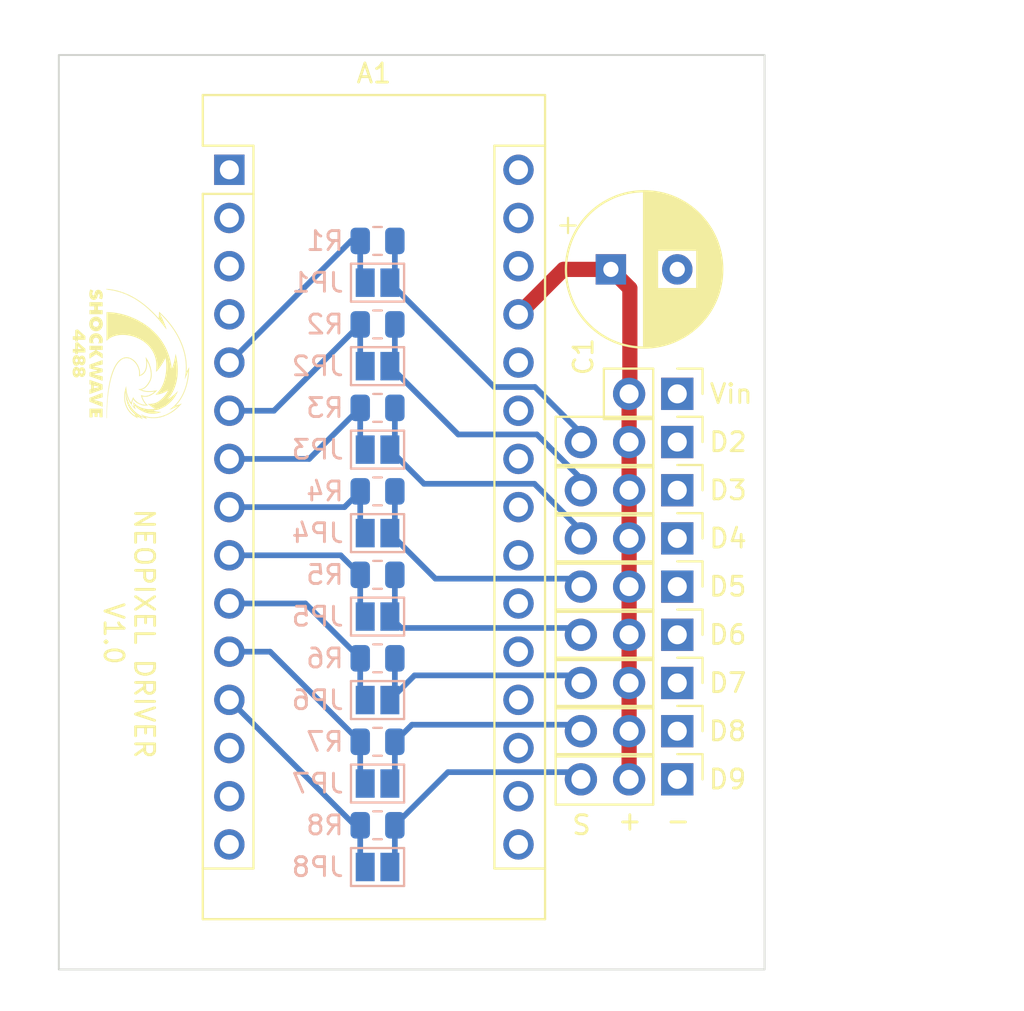
<source format=kicad_pcb>
(kicad_pcb (version 20211014) (generator pcbnew)
  (layers (0 "F.Cu" signal) (31 "B.Cu" signal) (34 "B.Paste" user) (35 "F.Paste" user) (36 "B.SilkS" user "B.Silkscreen") (37 "F.SilkS" user "F.Silkscreen") (38 "B.Mask" user) (39 "F.Mask" user) (44 "Edge.Cuts" user))
  (net 0 "")
  (net 4 "GND")
  (net 17 "unconnected-(A1-Pad25)")
  (net 19 "+5V")
  (net 22 "Net-(D2-Pad3)")
  (net 23 "Net-(D3-Pad3)")
  (net 24 "Net-(D4-Pad3)")
  (net 25 "Net-(D5-Pad3)")
  (net 26 "Net-(D6-Pad3)")
  (net 27 "Net-(D7-Pad3)")
  (net 28 "Net-(D8-Pad3)")
  (net 29 "D2")
  (net 30 "D3")
  (net 31 "D4")
  (net 32 "D5")
  (net 33 "D6")
  (net 34 "D7")
  (net 35 "D8")
  (net 36 "D9")
  (net 37 "Net-(D9-Pad3)")
  (footprint "Capacitor_THT:CP_Radial_D8.0mm_P3.50mm" (layer "F.Cu") (at 130.8 82)
    (fp_text reference "C1" (at -1.447349 4.6 90) (layer "F.SilkS"))
    (fp_text value "1000u")
    (pad "1" thru_hole rect locked (at 0 0) (size 1.6 1.6) (drill 0.8) (layers *.Cu *.Mask) (net 19 "+5V"))
    (pad "2" thru_hole circle locked (at 3.5 0) (size 1.6 1.6) (drill 0.8) (layers *.Cu *.Mask) (net 4 "GND"))
  )
  (footprint "Connector_PinHeader_2.54mm:PinHeader_1x03_P2.54mm_Vertical" (layer "F.Cu") (at 134.3 93.64 -90)
    (fp_text reference "D3" (at 0 -1.6) (layer "F.SilkS") (effects (justify left)))
    (fp_text value "Conn_01x03")
    (pad "1" thru_hole rect (at 0 0 270) (size 1.7 1.7) (drill 1) (layers *.Cu *.Mask) (net 4 "GND"))
    (pad "2" thru_hole oval (at 0 2.54 270) (size 1.7 1.7) (drill 1) (layers *.Cu *.Mask) (net 19 "+5V"))
    (pad "3" thru_hole oval (at 0 5.08 270) (size 1.7 1.7) (drill 1) (layers *.Cu *.Mask) (net 23 "Net-(D3-Pad3)"))
  )
  (footprint "MountingHole:MountingHole_3.2mm_M3" (layer "F.Cu") (at 134.9 74.2 180)
    (fp_text reference "H1" hide)
    (fp_text value "MountingHole")
    (pad "" np_thru_hole circle (at 0 0 180) (size 3.2 3.2) (drill 3.2) (layers *.Cu *.Mask))
  )
  (footprint "Connector_PinHeader_2.54mm:PinHeader_1x02_P2.54mm_Vertical" (layer "F.Cu") (at 134.3 88.56 -90)
    (fp_text reference "Vin" (at 0 -1.625) (layer "F.SilkS") (effects (justify left)))
    (fp_text value "Conn_01x02")
    (pad "1" thru_hole rect (at 0 0 270) (size 1.7 1.7) (drill 1) (layers *.Cu *.Mask) (net 4 "GND"))
    (pad "2" thru_hole oval (at 0 2.54 270) (size 1.7 1.7) (drill 1) (layers *.Cu *.Mask) (net 19 "+5V"))
  )
  (footprint "Connector_PinHeader_2.54mm:PinHeader_1x03_P2.54mm_Vertical" (layer "F.Cu") (at 134.3 106.34 -90)
    (fp_text reference "D8" (at 0 -1.575 180) (layer "F.SilkS") (effects (justify left)))
    (fp_text value "Conn_01x03")
    (pad "1" thru_hole rect locked (at 0 0 270) (size 1.7 1.7) (drill 1) (layers *.Cu *.Mask) (net 4 "GND"))
    (pad "2" thru_hole oval locked (at 0 2.54 270) (size 1.7 1.7) (drill 1) (layers *.Cu *.Mask) (net 19 "+5V"))
    (pad "3" thru_hole oval locked (at 0 5.08 270) (size 1.7 1.7) (drill 1) (layers *.Cu *.Mask) (net 28 "Net-(D8-Pad3)"))
  )
  (footprint "Connector_PinHeader_2.54mm:PinHeader_1x03_P2.54mm_Vertical" (layer "F.Cu") (at 134.3 101.26 -90)
    (fp_text reference "D6" (at 0 -1.585) (layer "F.SilkS") (effects (justify left)))
    (fp_text value "Conn_01x03")
    (pad "1" thru_hole rect (at 0 0 270) (size 1.7 1.7) (drill 1) (layers *.Cu *.Mask) (net 4 "GND"))
    (pad "2" thru_hole oval (at 0 2.54 270) (size 1.7 1.7) (drill 1) (layers *.Cu *.Mask) (net 19 "+5V"))
    (pad "3" thru_hole oval (at 0 5.08 270) (size 1.7 1.7) (drill 1) (layers *.Cu *.Mask) (net 26 "Net-(D6-Pad3)"))
  )
  (footprint "Graphics:Shockwave_logo_7x_6.1_alt" (layer "F.Cu") (at 105.5 86.4 -90)
    (fp_text reference "G***")
    (fp_text value "LOGO" hide)
  )
  (footprint "MountingHole:MountingHole_3.2mm_M3" (layer "F.Cu") (at 134.9 115.4 180)
    (fp_text reference "H2" hide)
    (fp_text value "MountingHole")
    (pad "" np_thru_hole circle (at 0 0 180) (size 3.2 3.2) (drill 3.2) (layers *.Cu *.Mask))
  )
  (footprint "Connector_PinHeader_2.54mm:PinHeader_1x03_P2.54mm_Vertical" (layer "F.Cu") (at 134.3 96.18 -90)
    (fp_text reference "D4" (at 0 -1.6) (layer "F.SilkS") (effects (justify left)))
    (fp_text value "Conn_01x03")
    (pad "1" thru_hole rect (at 0 0 270) (size 1.7 1.7) (drill 1) (layers *.Cu *.Mask) (net 4 "GND"))
    (pad "2" thru_hole oval (at 0 2.54 270) (size 1.7 1.7) (drill 1) (layers *.Cu *.Mask) (net 19 "+5V"))
    (pad "3" thru_hole oval (at 0 5.08 270) (size 1.7 1.7) (drill 1) (layers *.Cu *.Mask) (net 24 "Net-(D4-Pad3)"))
  )
  (footprint "MountingHole:MountingHole_3.2mm_M3" (layer "F.Cu") (at 105.2 74.2 180)
    (fp_text reference "H4" hide)
    (fp_text value "MountingHole")
    (pad "" np_thru_hole circle (at 0.1 0 180) (size 3.2 3.2) (drill 3.2) (layers F&B.Cu *.Mask))
  )
  (footprint "Connector_PinHeader_2.54mm:PinHeader_1x03_P2.54mm_Vertical" (layer "F.Cu") (at 134.3 98.72 -90)
    (fp_text reference "D5" (at 0 -1.585) (layer "F.SilkS") (effects (justify left)))
    (fp_text value "Conn_01x03")
    (pad "1" thru_hole rect (at 0 0 270) (size 1.7 1.7) (drill 1) (layers *.Cu *.Mask) (net 4 "GND"))
    (pad "2" thru_hole oval (at 0 2.54 270) (size 1.7 1.7) (drill 1) (layers *.Cu *.Mask) (net 19 "+5V"))
    (pad "3" thru_hole oval (at 0 5.08 270) (size 1.7 1.7) (drill 1) (layers *.Cu *.Mask) (net 25 "Net-(D5-Pad3)"))
  )
  (footprint "Module:Arduino_Nano" (layer "F.Cu") (at 110.69 76.75)
    (fp_text reference "A1" (at 7.62 -5.08) (layer "F.SilkS"))
    (fp_text value "Arduino_Nano_v3.x")
    (pad "1" thru_hole rect locked (at 0 0) (size 1.6 1.6) (drill 1) (layers *.Cu *.Mask))
    (pad "2" thru_hole oval locked (at 0 2.54) (size 1.6 1.6) (drill 1) (layers *.Cu *.Mask))
    (pad "3" thru_hole oval locked (at 0 5.08) (size 1.6 1.6) (drill 1) (layers *.Cu *.Mask))
    (pad "4" thru_hole oval locked (at 0 7.62) (size 1.6 1.6) (drill 1) (layers *.Cu *.Mask) (net 4 "GND"))
    (pad "5" thru_hole oval locked (at 0 10.16) (size 1.6 1.6) (drill 1) (layers *.Cu *.Mask) (net 29 "D2"))
    (pad "6" thru_hole oval locked (at 0 12.7) (size 1.6 1.6) (drill 1) (layers *.Cu *.Mask) (net 30 "D3"))
    (pad "7" thru_hole oval locked (at 0 15.24) (size 1.6 1.6) (drill 1) (layers *.Cu *.Mask) (net 31 "D4"))
    (pad "8" thru_hole oval locked (at 0 17.78) (size 1.6 1.6) (drill 1) (layers *.Cu *.Mask) (net 32 "D5"))
    (pad "9" thru_hole oval locked (at 0 20.32) (size 1.6 1.6) (drill 1) (layers *.Cu *.Mask) (net 33 "D6"))
    (pad "10" thru_hole oval locked (at 0 22.86) (size 1.6 1.6) (drill 1) (layers *.Cu *.Mask) (net 34 "D7"))
    (pad "11" thru_hole oval locked (at 0 25.4) (size 1.6 1.6) (drill 1) (layers *.Cu *.Mask) (net 35 "D8"))
    (pad "12" thru_hole oval locked (at 0 27.94) (size 1.6 1.6) (drill 1) (layers *.Cu *.Mask) (net 36 "D9"))
    (pad "13" thru_hole oval locked (at 0 30.48) (size 1.6 1.6) (drill 1) (layers *.Cu *.Mask))
    (pad "14" thru_hole oval locked (at 0 33.02) (size 1.6 1.6) (drill 1) (layers *.Cu *.Mask))
    (pad "15" thru_hole oval locked (at 0 35.56) (size 1.6 1.6) (drill 1) (layers *.Cu *.Mask))
    (pad "16" thru_hole oval locked (at 15.24 35.56) (size 1.6 1.6) (drill 1) (layers *.Cu *.Mask))
    (pad "17" thru_hole oval locked (at 15.24 33.02) (size 1.6 1.6) (drill 1) (layers *.Cu *.Mask))
    (pad "18" thru_hole oval locked (at 15.24 30.48) (size 1.6 1.6) (drill 1) (layers *.Cu *.Mask))
    (pad "19" thru_hole oval locked (at 15.24 27.94) (size 1.6 1.6) (drill 1) (layers *.Cu *.Mask))
    (pad "20" thru_hole oval locked (at 15.24 25.4) (size 1.6 1.6) (drill 1) (layers *.Cu *.Mask))
    (pad "21" thru_hole oval locked (at 15.24 22.86) (size 1.6 1.6) (drill 1) (layers *.Cu *.Mask))
    (pad "22" thru_hole oval locked (at 15.24 20.32) (size 1.6 1.6) (drill 1) (layers *.Cu *.Mask))
    (pad "23" thru_hole oval locked (at 15.24 17.78) (size 1.6 1.6) (drill 1) (layers *.Cu *.Mask))
    (pad "24" thru_hole oval locked (at 15.24 15.24) (size 1.6 1.6) (drill 1) (layers *.Cu *.Mask))
    (pad "25" thru_hole oval locked (at 15.24 12.7) (size 1.6 1.6) (drill 1) (layers *.Cu *.Mask) (net 17 "unconnected-(A1-Pad25)"))
    (pad "26" thru_hole oval locked (at 15.24 10.16) (size 1.6 1.6) (drill 1) (layers *.Cu *.Mask))
    (pad "27" thru_hole oval locked (at 15.24 7.62) (size 1.6 1.6) (drill 1) (layers *.Cu *.Mask) (net 19 "+5V"))
    (pad "28" thru_hole oval locked (at 15.24 5.08) (size 1.6 1.6) (drill 1) (layers *.Cu *.Mask))
    (pad "29" thru_hole oval locked (at 15.24 2.54) (size 1.6 1.6) (drill 1) (layers *.Cu *.Mask) (net 4 "GND"))
    (pad "30" thru_hole oval locked (at 15.24 0) (size 1.6 1.6) (drill 1) (layers *.Cu *.Mask))
  )
  (footprint "Connector_PinHeader_2.54mm:PinHeader_1x03_P2.54mm_Vertical" (layer "F.Cu") (at 134.3 91.1 -90)
    (fp_text reference "D2" (at 0 -1.6) (layer "F.SilkS") (effects (justify left)))
    (fp_text value "Conn_01x03")
    (pad "1" thru_hole rect (at 0 0 270) (size 1.7 1.7) (drill 1) (layers *.Cu *.Mask) (net 4 "GND"))
    (pad "2" thru_hole oval (at 0 2.54 270) (size 1.7 1.7) (drill 1) (layers *.Cu *.Mask) (net 19 "+5V"))
    (pad "3" thru_hole oval (at 0 5.08 270) (size 1.7 1.7) (drill 1) (layers *.Cu *.Mask) (net 22 "Net-(D2-Pad3)"))
  )
  (footprint "Connector_PinHeader_2.54mm:PinHeader_1x03_P2.54mm_Vertical" (layer "F.Cu") (at 134.3 108.88 -90)
    (fp_text reference "D9" (at 0 -1.575 180) (layer "F.SilkS") (effects (justify left)))
    (fp_text value "Conn_01x03")
    (pad "1" thru_hole rect locked (at 0 0 270) (size 1.7 1.7) (drill 1) (layers *.Cu *.Mask) (net 4 "GND"))
    (pad "2" thru_hole oval locked (at 0 2.54 270) (size 1.7 1.7) (drill 1) (layers *.Cu *.Mask) (net 19 "+5V"))
    (pad "3" thru_hole oval locked (at 0 5.08 270) (size 1.7 1.7) (drill 1) (layers *.Cu *.Mask) (net 37 "Net-(D9-Pad3)"))
  )
  (footprint "Connector_PinHeader_2.54mm:PinHeader_1x03_P2.54mm_Vertical" (layer "F.Cu") (at 134.3 103.8 -90)
    (fp_text reference "D7" (at 0 -1.585) (layer "F.SilkS") (effects (justify left)))
    (fp_text value "Conn_01x03")
    (pad "1" thru_hole rect (at 0 0 270) (size 1.7 1.7) (drill 1) (layers *.Cu *.Mask) (net 4 "GND"))
    (pad "2" thru_hole oval (at 0 2.54 270) (size 1.7 1.7) (drill 1) (layers *.Cu *.Mask) (net 19 "+5V"))
    (pad "3" thru_hole oval (at 0 5.08 270) (size 1.7 1.7) (drill 1) (layers *.Cu *.Mask) (net 27 "Net-(D7-Pad3)"))
  )
  (footprint "MountingHole:MountingHole_3.2mm_M3" (layer "F.Cu") (at 105.2 115.4 180)
    (fp_text reference "H3" hide)
    (fp_text value "MountingHole")
    (pad "" np_thru_hole circle (at 0 0 180) (size 3.2 3.2) (drill 3.2) (layers *.Cu *.Mask))
  )
  (footprint "Jumper:SolderJumper-2_P1.3mm_Open_Pad1.0x1.5mm" (layer "B.Cu") (at 118.5 109.1)
    (fp_text reference "JP7" (at -1.7 0) (layer "B.SilkS") (effects (justify left mirror)))
    (fp_text value "Jumper_Open")
    (pad "1" smd rect locked (at -0.65 0) (size 1 1.5) (layers "B.Cu" "B.Mask") (net 35 "D8"))
    (pad "2" smd rect locked (at 0.65 0) (size 1 1.5) (layers "B.Cu" "B.Mask") (net 28 "Net-(D8-Pad3)"))
  )
  (footprint "Resistor_SMD:R_0805_2012Metric" (layer "B.Cu") (at 118.5 111.3)
    (fp_text reference "R8" (at -1.7 0) (layer "B.SilkS") (effects (justify left mirror)))
    (fp_text value "470")
    (pad "1" smd roundrect locked (at -0.9125 0) (size 1.025 1.4) (layers "B.Cu" "B.Paste" "B.Mask") (roundrect_rratio 0.243902) (net 36 "D9"))
    (pad "2" smd roundrect locked (at 0.9125 0) (size 1.025 1.4) (layers "B.Cu" "B.Paste" "B.Mask") (roundrect_rratio 0.243902) (net 37 "Net-(D9-Pad3)"))
  )
  (footprint "Jumper:SolderJumper-2_P1.3mm_Open_Pad1.0x1.5mm" (layer "B.Cu") (at 118.5 100.3)
    (fp_text reference "JP5" (at -1.7 0) (layer "B.SilkS") (effects (justify left mirror)))
    (fp_text value "Jumper_Open")
    (pad "1" smd rect locked (at -0.65 0) (size 1 1.5) (layers "B.Cu" "B.Mask") (net 33 "D6"))
    (pad "2" smd rect locked (at 0.65 0) (size 1 1.5) (layers "B.Cu" "B.Mask") (net 26 "Net-(D6-Pad3)"))
  )
  (footprint "Jumper:SolderJumper-2_P1.3mm_Open_Pad1.0x1.5mm" (layer "B.Cu") (at 118.5 113.5)
    (fp_text reference "JP8" (at -1.7 0) (layer "B.SilkS") (effects (justify left mirror)))
    (fp_text value "Jumper_Open")
    (pad "1" smd rect locked (at -0.65 0) (size 1 1.5) (layers "B.Cu" "B.Mask") (net 36 "D9"))
    (pad "2" smd rect locked (at 0.65 0) (size 1 1.5) (layers "B.Cu" "B.Mask") (net 37 "Net-(D9-Pad3)"))
  )
  (footprint "Resistor_SMD:R_0805_2012Metric" (layer "B.Cu") (at 118.5 84.9)
    (fp_text reference "R2" (at -1.7 0) (layer "B.SilkS") (effects (justify left mirror)))
    (fp_text value "470")
    (pad "1" smd roundrect (at -0.9125 0) (size 1.025 1.4) (layers "B.Cu" "B.Paste" "B.Mask") (roundrect_rratio 0.243902) (net 30 "D3"))
    (pad "2" smd roundrect (at 0.9125 0) (size 1.025 1.4) (layers "B.Cu" "B.Paste" "B.Mask") (roundrect_rratio 0.243902) (net 23 "Net-(D3-Pad3)"))
  )
  (footprint "Resistor_SMD:R_0805_2012Metric" (layer "B.Cu") (at 118.5 80.5)
    (fp_text reference "R1" (at -1.7 0) (layer "B.SilkS") (effects (justify left mirror)))
    (fp_text value "470")
    (pad "1" smd roundrect (at -0.9125 0) (size 1.025 1.4) (layers "B.Cu" "B.Paste" "B.Mask") (roundrect_rratio 0.243902) (net 29 "D2"))
    (pad "2" smd roundrect (at 0.9125 0) (size 1.025 1.4) (layers "B.Cu" "B.Paste" "B.Mask") (roundrect_rratio 0.243902) (net 22 "Net-(D2-Pad3)"))
  )
  (footprint "Jumper:SolderJumper-2_P1.3mm_Open_Pad1.0x1.5mm" (layer "B.Cu") (at 118.5 87.1)
    (fp_text reference "JP2" (at -1.7 0) (layer "B.SilkS") (effects (justify left mirror)))
    (fp_text value "Jumper_Open")
    (pad "1" smd rect locked (at -0.65 0) (size 1 1.5) (layers "B.Cu" "B.Mask") (net 30 "D3"))
    (pad "2" smd rect locked (at 0.65 0) (size 1 1.5) (layers "B.Cu" "B.Mask") (net 23 "Net-(D3-Pad3)"))
  )
  (footprint "Jumper:SolderJumper-2_P1.3mm_Open_Pad1.0x1.5mm" (layer "B.Cu") (at 118.5 95.9)
    (fp_text reference "JP4" (at -1.7 0) (layer "B.SilkS") (effects (justify left mirror)))
    (fp_text value "Jumper_Open")
    (pad "1" smd rect locked (at -0.65 0) (size 1 1.5) (layers "B.Cu" "B.Mask") (net 32 "D5"))
    (pad "2" smd rect locked (at 0.65 0) (size 1 1.5) (layers "B.Cu" "B.Mask") (net 25 "Net-(D5-Pad3)"))
  )
  (footprint "Resistor_SMD:R_0805_2012Metric" (layer "B.Cu") (at 118.5 93.7)
    (fp_text reference "R4" (at -1.7 0) (layer "B.SilkS") (effects (justify left mirror)))
    (fp_text value "470")
    (pad "1" smd roundrect (at -0.9125 0) (size 1.025 1.4) (layers "B.Cu" "B.Paste" "B.Mask") (roundrect_rratio 0.243902) (net 32 "D5"))
    (pad "2" smd roundrect (at 0.9125 0) (size 1.025 1.4) (layers "B.Cu" "B.Paste" "B.Mask") (roundrect_rratio 0.243902) (net 25 "Net-(D5-Pad3)"))
  )
  (footprint "Resistor_SMD:R_0805_2012Metric" (layer "B.Cu") (at 118.5 89.3)
    (fp_text reference "R3" (at -1.7 0) (layer "B.SilkS") (effects (justify left mirror)))
    (fp_text value "470")
    (pad "1" smd roundrect (at -0.9125 0) (size 1.025 1.4) (layers "B.Cu" "B.Paste" "B.Mask") (roundrect_rratio 0.243902) (net 31 "D4"))
    (pad "2" smd roundrect (at 0.9125 0) (size 1.025 1.4) (layers "B.Cu" "B.Paste" "B.Mask") (roundrect_rratio 0.243902) (net 24 "Net-(D4-Pad3)"))
  )
  (footprint "Jumper:SolderJumper-2_P1.3mm_Open_Pad1.0x1.5mm" (layer "B.Cu") (at 118.5 82.7)
    (fp_text reference "JP1" (at -1.7 0) (layer "B.SilkS") (effects (justify left mirror)))
    (fp_text value "Jumper_Open")
    (pad "1" smd rect (at -0.65 0) (size 1 1.5) (layers "B.Cu" "B.Mask") (net 29 "D2"))
    (pad "2" smd rect (at 0.65 0) (size 1 1.5) (layers "B.Cu" "B.Mask") (net 22 "Net-(D2-Pad3)"))
  )
  (footprint "Jumper:SolderJumper-2_P1.3mm_Open_Pad1.0x1.5mm" (layer "B.Cu") (at 118.5 91.5)
    (fp_text reference "JP3" (at -1.7 0) (layer "B.SilkS") (effects (justify left mirror)))
    (fp_text value "Jumper_Open")
    (pad "1" smd rect locked (at -0.65 0) (size 1 1.5) (layers "B.Cu" "B.Mask") (net 31 "D4"))
    (pad "2" smd rect locked (at 0.65 0) (size 1 1.5) (layers "B.Cu" "B.Mask") (net 24 "Net-(D4-Pad3)"))
  )
  (footprint "Resistor_SMD:R_0805_2012Metric" (layer "B.Cu") (at 118.5 98.1)
    (fp_text reference "R5" (at -1.7 0) (layer "B.SilkS") (effects (justify left mirror)))
    (fp_text value "470")
    (pad "1" smd roundrect (at -0.9125 0) (size 1.025 1.4) (layers "B.Cu" "B.Paste" "B.Mask") (roundrect_rratio 0.243902) (net 33 "D6"))
    (pad "2" smd roundrect (at 0.9125 0) (size 1.025 1.4) (layers "B.Cu" "B.Paste" "B.Mask") (roundrect_rratio 0.243902) (net 26 "Net-(D6-Pad3)"))
  )
  (footprint "Resistor_SMD:R_0805_2012Metric" (layer "B.Cu") (at 118.5 106.9)
    (fp_text reference "R7" (at -1.7 0) (layer "B.SilkS") (effects (justify left mirror)))
    (fp_text value "470")
    (pad "1" smd roundrect locked (at -0.9125 0) (size 1.025 1.4) (layers "B.Cu" "B.Paste" "B.Mask") (roundrect_rratio 0.243902) (net 35 "D8"))
    (pad "2" smd roundrect locked (at 0.9125 0) (size 1.025 1.4) (layers "B.Cu" "B.Paste" "B.Mask") (roundrect_rratio 0.243902) (net 28 "Net-(D8-Pad3)"))
  )
  (footprint "Resistor_SMD:R_0805_2012Metric" (layer "B.Cu") (at 118.5 102.5)
    (fp_text reference "R6" (at -1.7 0) (layer "B.SilkS") (effects (justify left mirror)))
    (fp_text value "470")
    (pad "1" smd roundrect (at -0.9125 0) (size 1.025 1.4) (layers "B.Cu" "B.Paste" "B.Mask") (roundrect_rratio 0.243902) (net 34 "D7"))
    (pad "2" smd roundrect (at 0.9125 0) (size 1.025 1.4) (layers "B.Cu" "B.Paste" "B.Mask") (roundrect_rratio 0.243902) (net 27 "Net-(D7-Pad3)"))
  )
  (footprint "Jumper:SolderJumper-2_P1.3mm_Open_Pad1.0x1.5mm" (layer "B.Cu") (at 118.5 104.7)
    (fp_text reference "JP6" (at -1.7 0) (layer "B.SilkS") (effects (justify left mirror)))
    (fp_text value "Jumper_Open")
    (pad "1" smd rect locked (at -0.65 0) (size 1 1.5) (layers "B.Cu" "B.Mask") (net 34 "D7"))
    (pad "2" smd rect locked (at 0.65 0) (size 1 1.5) (layers "B.Cu" "B.Mask") (net 27 "Net-(D7-Pad3)"))
  )
  (gr_rect (start 101.7 118.9) (end 138.9 70.7) (layer "Edge.Cuts") (width 0.1) (fill none))
  (gr_text "S" (at 129.25 111.2 180) (layer "F.SilkS") (effects (font (size 1 1))))
  (gr_text "-" (at 134.35 111.2 180) (layer "F.SilkS") (effects (font (size 1 1))))
  (gr_text "NEOPIXEL DRIVER\nV1.0" (at 105.4 101.2 270) (layer "F.SilkS") (effects (font (size 1 1))))
  (gr_text "+" (at 131.8 111.2 180) (layer "F.SilkS") (effects (font (size 1 1))))
  (segment (start 125.51 89.74) (end 126.46 89.74) (width 0.3) (layer "F.Cu") (net 17))
  (segment (start 131.8 88.52) (end 131.8 83) (width 0.8) (layer "F.Cu") (net 19))
  (segment (start 131.76 98.705) (end 131.775 98.72) (width 0.8) (layer "F.Cu") (net 19))
  (segment (start 128.3 82) (end 130.8 82) (width 0.8) (layer "F.Cu") (net 19))
  (segment (start 131.775 106.33) (end 131.785 106.34) (width 0.8) (layer "F.Cu") (net 19))
  (segment (start 131.76 88.56) (end 131.8 88.52) (width 0.8) (layer "F.Cu") (net 19))
  (segment (start 125.93 84.37) (end 128.3 82) (width 0.8) (layer "F.Cu") (net 19))
  (segment (start 131.8 83) (end 130.8 82) (width 0.8) (layer "F.Cu") (net 19))
  (segment (start 131.76 88.56) (end 131.76 108.88) (width 0.8) (layer "F.Cu") (net 19))
  (segment (start 131.735 91.075) (end 131.76 91.1) (width 0.8) (layer "B.Cu") (net 19))
  (segment (start 131.76 98.705) (end 131.775 98.72) (width 0.8) (layer "B.Cu") (net 19))
  (segment (start 124.65 88.2) (end 126.8 88.2) (width 0.3) (layer "B.Cu") (net 22))
  (segment (start 126.8 88.2) (end 129.22 90.62) (width 0.3) (layer "B.Cu") (net 22))
  (segment (start 129.22 90.62) (end 129.22 91.1) (width 0.3) (layer "B.Cu") (net 22))
  (segment (start 119.15 82.7) (end 124.65 88.2) (width 0.3) (layer "B.Cu") (net 22))
  (segment (start 119.4125 80.5) (end 119.4125 82.4375) (width 0.3) (layer "B.Cu") (net 22))
  (segment (start 119.4125 82.4375) (end 119.15 82.7) (width 0.3) (layer "B.Cu") (net 22))
  (segment (start 119.4125 84.9) (end 119.4125 86.8375) (width 0.3) (layer "B.Cu") (net 23))
  (segment (start 126.9 90.7) (end 129.22 93.02) (width 0.3) (layer "B.Cu") (net 23))
  (segment (start 119.4125 86.8375) (end 119.15 87.1) (width 0.3) (layer "B.Cu") (net 23))
  (segment (start 122.75 90.7) (end 126.9 90.7) (width 0.3) (layer "B.Cu") (net 23))
  (segment (start 129.22 93.02) (end 129.22 93.64) (width 0.3) (layer "B.Cu") (net 23))
  (segment (start 119.15 87.1) (end 122.75 90.7) (width 0.3) (layer "B.Cu") (net 23))
  (segment (start 129.22 95.75) (end 129.22 96.18) (width 0.3) (layer "B.Cu") (net 24))
  (segment (start 120.95 93.3) (end 126.77 93.3) (width 0.3) (layer "B.Cu") (net 24))
  (segment (start 126.77 93.3) (end 129.22 95.75) (width 0.3) (layer "B.Cu") (net 24))
  (segment (start 119.15 91.5) (end 120.95 93.3) (width 0.3) (layer "B.Cu") (net 24))
  (segment (start 119.4125 91.2375) (end 119.15 91.5) (width 0.3) (layer "B.Cu") (net 24))
  (segment (start 119.4125 89.3) (end 119.4125 91.2375) (width 0.3) (layer "B.Cu") (net 24))
  (segment (start 119.4125 93.7) (end 119.4125 95.6375) (width 0.3) (layer "B.Cu") (net 25))
  (segment (start 119.4125 95.6375) (end 119.15 95.9) (width 0.3) (layer "B.Cu") (net 25))
  (segment (start 119.15 95.9) (end 121.55 98.3) (width 0.3) (layer "B.Cu") (net 25))
  (segment (start 119.15 95.9) (end 119.25 95.8) (width 0.3) (layer "B.Cu") (net 25))
  (segment (start 128.8 98.3) (end 129.22 98.72) (width 0.3) (layer "B.Cu") (net 25))
  (segment (start 121.55 98.3) (end 128.8 98.3) (width 0.3) (layer "B.Cu") (net 25))
  (segment (start 119.75 100.9) (end 119.15 100.3) (width 0.3) (layer "B.Cu") (net 26))
  (segment (start 119.4125 98.1) (end 119.4125 100.0375) (width 0.3) (layer "B.Cu") (net 26))
  (segment (start 128.86 100.9) (end 119.75 100.9) (width 0.3) (layer "B.Cu") (net 26))
  (segment (start 119.4125 100.0375) (end 119.15 100.3) (width 0.3) (layer "B.Cu") (net 26))
  (segment (start 129.22 101.26) (end 128.86 100.9) (width 0.3) (layer "B.Cu") (net 26))
  (segment (start 119.4125 102.5) (end 119.4125 104.4375) (width 0.3) (layer "B.Cu") (net 27))
  (segment (start 119.15 104.7) (end 120.45 103.4) (width 0.3) (layer "B.Cu") (net 27))
  (segment (start 128.82 103.4) (end 129.22 103.8) (width 0.3) (layer "B.Cu") (net 27))
  (segment (start 119.4125 104.4375) (end 119.15 104.7) (width 0.3) (layer "B.Cu") (net 27))
  (segment (start 120.45 103.4) (end 128.82 103.4) (width 0.3) (layer "B.Cu") (net 27))
  (segment (start 119.4125 108.8375) (end 119.15 109.1) (width 0.3) (layer "B.Cu") (net 28))
  (segment (start 119.4125 106.9) (end 119.4125 108.8375) (width 0.3) (layer "B.Cu") (net 28))
  (segment (start 128.88 106) (end 120.3125 106) (width 0.3) (layer "B.Cu") (net 28))
  (segment (start 129.22 106.34) (end 128.88 106) (width 0.3) (layer "B.Cu") (net 28))
  (segment (start 120.3125 106) (end 119.4125 106.9) (width 0.3) (layer "B.Cu") (net 28))
  (segment (start 117.1 80.5) (end 117.5875 80.5) (width 0.3) (layer "B.Cu") (net 29))
  (segment (start 110.69 86.91) (end 117.1 80.5) (width 0.3) (layer "B.Cu") (net 29))
  (segment (start 117.5875 80.5) (end 117.5875 82.4375) (width 0.3) (layer "B.Cu") (net 29))
  (segment (start 117.5875 82.4375) (end 117.85 82.7) (width 0.3) (layer "B.Cu") (net 29))
  (segment (start 113.0375 89.45) (end 117.5875 84.9) (width 0.3) (layer "B.Cu") (net 30))
  (segment (start 117.5875 86.8375) (end 117.85 87.1) (width 0.3) (layer "B.Cu") (net 30))
  (segment (start 117.5875 84.9) (end 117.5875 86.8375) (width 0.3) (layer "B.Cu") (net 30))
  (segment (start 110.69 89.45) (end 113.0375 89.45) (width 0.3) (layer "B.Cu") (net 30))
  (segment (start 110.69 91.99) (end 114.8975 91.99) (width 0.3) (layer "B.Cu") (net 31))
  (segment (start 117.5875 89.3) (end 117.5875 91.2375) (width 0.3) (layer "B.Cu") (net 31))
  (segment (start 117.5875 91.2375) (end 117.85 91.5) (width 0.3) (layer "B.Cu") (net 31))
  (segment (start 114.8975 91.99) (end 117.5875 89.3) (width 0.3) (layer "B.Cu") (net 31))
  (segment (start 116.7575 94.53) (end 117.5875 93.7) (width 0.3) (layer "B.Cu") (net 32))
  (segment (start 117.5875 93.7) (end 117.5875 95.6375) (width 0.3) (layer "B.Cu") (net 32))
  (segment (start 117.5875 95.6375) (end 117.85 95.9) (width 0.3) (layer "B.Cu") (net 32))
  (segment (start 110.69 94.53) (end 116.7575 94.53) (width 0.3) (layer "B.Cu") (net 32))
  (segment (start 117.5875 98.1) (end 117.5875 100.0375) (width 0.3) (layer "B.Cu") (net 33))
  (segment (start 116.5575 97.07) (end 117.5875 98.1) (width 0.3) (layer "B.Cu") (net 33))
  (segment (start 110.69 97.07) (end 116.5575 97.07) (width 0.3) (layer "B.Cu") (net 33))
  (segment (start 117.5875 100.0375) (end 117.85 100.3) (width 0.3) (layer "B.Cu") (net 33))
  (segment (start 117.5875 102.5) (end 117.5875 104.4375) (width 0.3) (layer "B.Cu") (net 34))
  (segment (start 110.69 99.61) (end 114.6975 99.61) (width 0.3) (layer "B.Cu") (net 34))
  (segment (start 114.6975 99.61) (end 117.5875 102.5) (width 0.3) (layer "B.Cu") (net 34))
  (segment (start 117.5875 104.4375) (end 117.85 104.7) (width 0.3) (layer "B.Cu") (net 34))
  (segment (start 112.8375 102.15) (end 117.5875 106.9) (width 0.3) (layer "B.Cu") (net 35))
  (segment (start 117.5875 108.8375) (end 117.85 109.1) (width 0.3) (layer "B.Cu") (net 35))
  (segment (start 117.5875 106.9) (end 117.5875 108.8375) (width 0.3) (layer "B.Cu") (net 35))
  (segment (start 110.69 102.15) (end 112.8375 102.15) (width 0.3) (layer "B.Cu") (net 35))
  (segment (start 117.5875 111.3) (end 117.5875 113.2375) (width 0.3) (layer "B.Cu") (net 36))
  (segment (start 110.69 104.69) (end 117.3 111.3) (width 0.3) (layer "B.Cu") (net 36))
  (segment (start 117.5875 113.2375) (end 117.85 113.5) (width 0.3) (layer "B.Cu") (net 36))
  (segment (start 117.3 111.3) (end 117.5875 111.3) (width 0.3) (layer "B.Cu") (net 36))
  (segment (start 122.2125 108.5) (end 119.4125 111.3) (width 0.3) (layer "B.Cu") (net 37))
  (segment (start 119.4125 111.3) (end 119.4125 113.2375) (width 0.3) (layer "B.Cu") (net 37))
  (segment (start 128.84 108.5) (end 122.2125 108.5) (width 0.3) (layer "B.Cu") (net 37))
  (segment (start 119.4125 113.2375) (end 119.15 113.5) (width 0.3) (layer "B.Cu") (net 37))
  (segment (start 129.22 108.88) (end 128.84 108.5) (width 0.3) (layer "B.Cu") (net 37))
)
</source>
